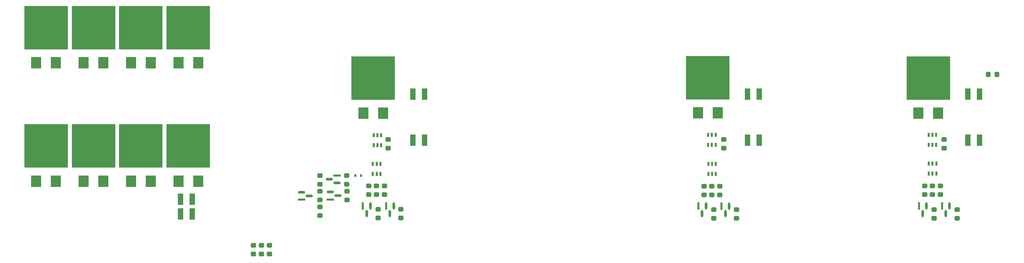
<source format=gbp>
G04*
G04 #@! TF.GenerationSoftware,Altium Limited,Altium Designer,21.6.4 (81)*
G04*
G04 Layer_Color=128*
%FSLAX43Y43*%
%MOMM*%
G71*
G04*
G04 #@! TF.SameCoordinates,3B1B0440-9CC4-4517-B04E-561091F89696*
G04*
G04*
G04 #@! TF.FilePolarity,Positive*
G04*
G01*
G75*
G04:AMPARAMS|DCode=18|XSize=1.2mm|YSize=1.3mm|CornerRadius=0.3mm|HoleSize=0mm|Usage=FLASHONLY|Rotation=0.000|XOffset=0mm|YOffset=0mm|HoleType=Round|Shape=RoundedRectangle|*
%AMROUNDEDRECTD18*
21,1,1.200,0.700,0,0,0.0*
21,1,0.600,1.300,0,0,0.0*
1,1,0.600,0.300,-0.350*
1,1,0.600,-0.300,-0.350*
1,1,0.600,-0.300,0.350*
1,1,0.600,0.300,0.350*
%
%ADD18ROUNDEDRECTD18*%
G04:AMPARAMS|DCode=35|XSize=1.2mm|YSize=1.3mm|CornerRadius=0.3mm|HoleSize=0mm|Usage=FLASHONLY|Rotation=270.000|XOffset=0mm|YOffset=0mm|HoleType=Round|Shape=RoundedRectangle|*
%AMROUNDEDRECTD35*
21,1,1.200,0.700,0,0,270.0*
21,1,0.600,1.300,0,0,270.0*
1,1,0.600,-0.350,-0.300*
1,1,0.600,-0.350,0.300*
1,1,0.600,0.350,0.300*
1,1,0.600,0.350,-0.300*
%
%ADD35ROUNDEDRECTD35*%
%ADD36R,0.600X0.700*%
G04:AMPARAMS|DCode=37|XSize=1.824mm|YSize=0.618mm|CornerRadius=0.309mm|HoleSize=0mm|Usage=FLASHONLY|Rotation=0.000|XOffset=0mm|YOffset=0mm|HoleType=Round|Shape=RoundedRectangle|*
%AMROUNDEDRECTD37*
21,1,1.824,0.000,0,0,0.0*
21,1,1.206,0.618,0,0,0.0*
1,1,0.618,0.603,0.000*
1,1,0.618,-0.603,0.000*
1,1,0.618,-0.603,0.000*
1,1,0.618,0.603,0.000*
%
%ADD37ROUNDEDRECTD37*%
%ADD38R,1.824X0.618*%
%ADD39R,1.358X2.906*%
%ADD40R,2.500X3.000*%
%ADD41R,11.000X11.000*%
%ADD42R,0.508X1.016*%
%ADD43R,0.618X1.824*%
G04:AMPARAMS|DCode=44|XSize=1.824mm|YSize=0.618mm|CornerRadius=0.309mm|HoleSize=0mm|Usage=FLASHONLY|Rotation=270.000|XOffset=0mm|YOffset=0mm|HoleType=Round|Shape=RoundedRectangle|*
%AMROUNDEDRECTD44*
21,1,1.824,0.000,0,0,270.0*
21,1,1.206,0.618,0,0,270.0*
1,1,0.618,0.000,-0.603*
1,1,0.618,0.000,0.603*
1,1,0.618,0.000,0.603*
1,1,0.618,0.000,-0.603*
%
%ADD44ROUNDEDRECTD44*%
D18*
X305453Y203962D02*
D03*
X307653D02*
D03*
D35*
X143104Y172128D02*
D03*
Y174328D02*
D03*
X143027Y176141D02*
D03*
Y178341D02*
D03*
X136246Y174346D02*
D03*
Y172146D02*
D03*
Y178341D02*
D03*
Y176141D02*
D03*
Y168132D02*
D03*
Y170332D02*
D03*
X119405Y158445D02*
D03*
Y160645D02*
D03*
X121412D02*
D03*
Y158445D02*
D03*
X123419Y160645D02*
D03*
Y158445D02*
D03*
X148539Y175674D02*
D03*
Y173474D02*
D03*
X150546Y175674D02*
D03*
Y173474D02*
D03*
X152552Y175674D02*
D03*
Y173474D02*
D03*
X156743Y169747D02*
D03*
Y167547D02*
D03*
X150927Y167535D02*
D03*
Y169735D02*
D03*
X153518Y187460D02*
D03*
Y185260D02*
D03*
X235483Y175649D02*
D03*
Y173449D02*
D03*
X233502Y175649D02*
D03*
Y173449D02*
D03*
X237490Y175649D02*
D03*
Y173449D02*
D03*
X235915Y167509D02*
D03*
Y169709D02*
D03*
X241732Y169721D02*
D03*
Y167521D02*
D03*
X238455Y187477D02*
D03*
Y185277D02*
D03*
X297561Y169717D02*
D03*
Y167517D02*
D03*
X291744D02*
D03*
Y169717D02*
D03*
X291313Y175674D02*
D03*
Y173474D02*
D03*
X293319Y175674D02*
D03*
Y173474D02*
D03*
X289357Y175674D02*
D03*
Y173474D02*
D03*
X294284Y187442D02*
D03*
Y185242D02*
D03*
D36*
X145209Y178308D02*
D03*
X146609D02*
D03*
D37*
X140762Y173203D02*
D03*
X138841Y174153D02*
D03*
X133497Y173177D02*
D03*
X131577Y174127D02*
D03*
X140533Y176418D02*
D03*
X138613Y177368D02*
D03*
D38*
X138841Y172253D02*
D03*
X131577Y172227D02*
D03*
X140533Y178318D02*
D03*
D39*
X100923Y172288D02*
D03*
X103877D02*
D03*
X100923Y168554D02*
D03*
X103877D02*
D03*
X159733Y187274D02*
D03*
X162687D02*
D03*
X159737Y198958D02*
D03*
X162691D02*
D03*
X244471Y187300D02*
D03*
X247425D02*
D03*
X244471Y198998D02*
D03*
X247425D02*
D03*
X300275Y199009D02*
D03*
X303229D02*
D03*
X300326Y187325D02*
D03*
X303280D02*
D03*
D40*
X100363Y176924D02*
D03*
X105363D02*
D03*
X88363D02*
D03*
X93363D02*
D03*
X76363D02*
D03*
X81363D02*
D03*
X64363D02*
D03*
X69363D02*
D03*
X64363Y206924D02*
D03*
X69363D02*
D03*
X76363D02*
D03*
X81363D02*
D03*
X88363D02*
D03*
X93363D02*
D03*
X100363D02*
D03*
X105363D02*
D03*
X152208Y194173D02*
D03*
X147208D02*
D03*
X236942Y194198D02*
D03*
X231942D02*
D03*
X292786Y194183D02*
D03*
X287786D02*
D03*
D41*
X102863Y185824D02*
D03*
X90863D02*
D03*
X78863D02*
D03*
X66863D02*
D03*
Y215824D02*
D03*
X78863D02*
D03*
X90863D02*
D03*
X102863D02*
D03*
X149708Y203073D02*
D03*
X234442Y203098D02*
D03*
X290286Y203083D02*
D03*
D42*
X149809Y186055D02*
D03*
X150749D02*
D03*
X151714D02*
D03*
X149809Y188595D02*
D03*
X150749D02*
D03*
X151714D02*
D03*
X149631Y178714D02*
D03*
X150571D02*
D03*
X151536D02*
D03*
X149631Y181254D02*
D03*
X150571D02*
D03*
X151536D02*
D03*
X234569Y178765D02*
D03*
X235509D02*
D03*
X236474D02*
D03*
X234569Y181305D02*
D03*
X235509D02*
D03*
X236474D02*
D03*
X234544Y186080D02*
D03*
X235483D02*
D03*
X236449D02*
D03*
X234544Y188620D02*
D03*
X235483D02*
D03*
X236449D02*
D03*
X290373Y186080D02*
D03*
X291313D02*
D03*
X292278D02*
D03*
X290373Y188620D02*
D03*
X291313D02*
D03*
X292278D02*
D03*
X290398Y178791D02*
D03*
X291338D02*
D03*
X292303D02*
D03*
X290398Y181331D02*
D03*
X291338D02*
D03*
X292303D02*
D03*
D43*
X147081Y170607D02*
D03*
X152984Y170586D02*
D03*
X232070Y170581D02*
D03*
X237922Y170561D02*
D03*
X293751Y170586D02*
D03*
X287899Y170577D02*
D03*
D44*
X148981Y170607D02*
D03*
X148031Y168686D02*
D03*
X154884Y170586D02*
D03*
X153934Y168666D02*
D03*
X233970Y170581D02*
D03*
X233020Y168661D02*
D03*
X239822Y170561D02*
D03*
X238872Y168641D02*
D03*
X295651Y170586D02*
D03*
X294701Y168666D02*
D03*
X289799Y170577D02*
D03*
X288849Y168657D02*
D03*
M02*

</source>
